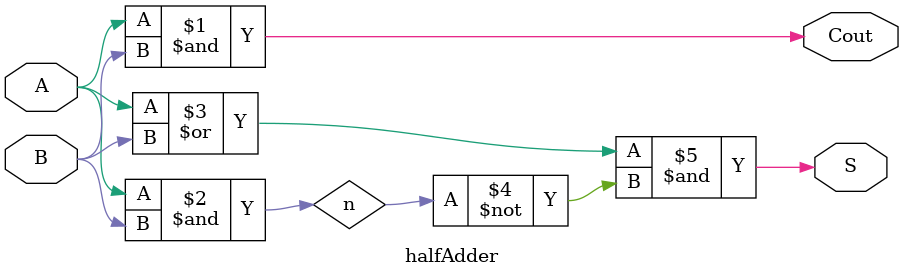
<source format=sv>
module halfAdder(output logic Cout, S, input logic A, B);
  wire n;
  assign Cout = A & B;
  assign n = A & B;
  assign S = (A | B) & ~n;
endmodule

</source>
